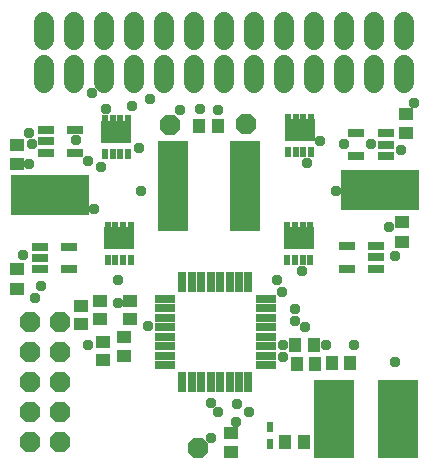
<source format=gbr>
G04 EAGLE Gerber RS-274X export*
G75*
%MOMM*%
%FSLAX34Y34*%
%LPD*%
%INSoldermask Top*%
%IPPOS*%
%AMOC8*
5,1,8,0,0,1.08239X$1,22.5*%
G01*
G04 Define Apertures*
%ADD10R,1.124100X1.173400*%
%ADD11R,1.173400X1.124100*%
%ADD12R,3.454400X6.654800*%
%ADD13R,6.654800X3.454400*%
%ADD14R,0.623200X0.843200*%
%ADD15R,1.403200X0.803200*%
%ADD16R,0.803200X1.703200*%
%ADD17R,1.703200X0.803200*%
%ADD18P,1.8695X8X22.5*%
%ADD19P,1.8695X8X112.5*%
%ADD20C,1.727200*%
%ADD21R,2.603200X7.703200*%
%ADD22R,1.103200X1.173400*%
%ADD23R,1.135800X1.173400*%
%ADD24R,0.623200X0.903200*%
%ADD25R,0.623200X0.653200*%
%ADD26R,2.573200X1.903200*%
%ADD27R,1.177100X1.001900*%
%ADD28R,1.001900X1.177100*%
%ADD29R,1.173400X1.103200*%
%ADD30R,1.173400X1.135800*%
%ADD31C,0.959600*%
D10*
X281354Y89600D03*
X296846Y89600D03*
X250554Y104600D03*
X266046Y104600D03*
D11*
X105800Y95654D03*
X105800Y111146D03*
X87300Y91929D03*
X87300Y107421D03*
X110200Y126854D03*
X110200Y142346D03*
X84900Y126854D03*
X84900Y142346D03*
D12*
X283382Y42418D03*
X337418Y42418D03*
D13*
X42418Y231416D03*
X322582Y236416D03*
D14*
X229000Y35600D03*
X229000Y20600D03*
D15*
X39100Y286700D03*
X39100Y277200D03*
X39100Y267700D03*
X64100Y267700D03*
X64100Y286700D03*
X34300Y187900D03*
X34300Y178400D03*
X34300Y168900D03*
X59300Y168900D03*
X59300Y187900D03*
X318840Y169476D03*
X318840Y178976D03*
X318840Y188476D03*
X293840Y188476D03*
X293840Y169476D03*
X326907Y264900D03*
X326907Y274400D03*
X326907Y283900D03*
X301907Y283900D03*
X301907Y264900D03*
D16*
X154800Y73300D03*
X162800Y73300D03*
X170800Y73300D03*
X178800Y73300D03*
X186800Y73300D03*
X194800Y73300D03*
X202800Y73300D03*
X210800Y73300D03*
D17*
X225300Y87800D03*
X225300Y95800D03*
X225300Y103800D03*
X225300Y111800D03*
X225300Y119800D03*
X225300Y127800D03*
X225300Y135800D03*
X225300Y143800D03*
D16*
X210800Y158300D03*
X202800Y158300D03*
X194800Y158300D03*
X186800Y158300D03*
X178800Y158300D03*
X170800Y158300D03*
X162800Y158300D03*
X154800Y158300D03*
D17*
X140300Y143800D03*
X140300Y135800D03*
X140300Y127800D03*
X140300Y119800D03*
X140300Y111800D03*
X140300Y103800D03*
X140300Y95800D03*
X140300Y87800D03*
D18*
X168500Y17780D03*
D19*
X51094Y22780D03*
X25694Y22780D03*
X51094Y48180D03*
X25694Y48180D03*
X51094Y73580D03*
X25694Y73580D03*
X51094Y98980D03*
X25694Y98980D03*
X51094Y124380D03*
X25694Y124380D03*
D18*
X144200Y291000D03*
X209100Y292200D03*
D20*
X37700Y326376D02*
X37700Y341616D01*
X63100Y341616D02*
X63100Y326376D01*
X88500Y326376D02*
X88500Y341616D01*
X113900Y341616D02*
X113900Y326376D01*
X139300Y326376D02*
X139300Y341616D01*
X164700Y341616D02*
X164700Y326376D01*
X190100Y326376D02*
X190100Y341616D01*
X215500Y341616D02*
X215500Y326376D01*
X240900Y326376D02*
X240900Y341616D01*
X266300Y341616D02*
X266300Y326376D01*
X291700Y326376D02*
X291700Y341616D01*
X317100Y341616D02*
X317100Y326376D01*
X342500Y326376D02*
X342500Y341616D01*
X37800Y363380D02*
X37800Y378620D01*
X63200Y378620D02*
X63200Y363380D01*
X88600Y363380D02*
X88600Y378620D01*
X114000Y378620D02*
X114000Y363380D01*
X139400Y363380D02*
X139400Y378620D01*
X164800Y378620D02*
X164800Y363380D01*
X190200Y363380D02*
X190200Y378620D01*
X215600Y378620D02*
X215600Y363380D01*
X241000Y363380D02*
X241000Y378620D01*
X266400Y378620D02*
X266400Y363380D01*
X291800Y363380D02*
X291800Y378620D01*
X317200Y378620D02*
X317200Y363380D01*
X342600Y363380D02*
X342600Y378620D01*
D21*
X208200Y239200D03*
X147200Y239200D03*
D22*
X267351Y88900D03*
D23*
X251812Y88900D03*
D24*
X89350Y266500D03*
X95850Y266500D03*
X102350Y266500D03*
X108850Y266500D03*
D25*
X108850Y295750D03*
X102350Y295750D03*
X95850Y295750D03*
X89350Y295750D03*
D26*
X99100Y285000D03*
D24*
X91550Y176500D03*
X98050Y176500D03*
X104550Y176500D03*
X111050Y176500D03*
D25*
X111050Y205750D03*
X104550Y205750D03*
X98050Y205750D03*
X91550Y205750D03*
D26*
X101300Y195000D03*
D24*
X243750Y176500D03*
X250250Y176500D03*
X256750Y176500D03*
X263250Y176500D03*
D25*
X263250Y205750D03*
X256750Y205750D03*
X250250Y205750D03*
X243750Y205750D03*
D26*
X253500Y195000D03*
D24*
X244350Y268100D03*
X250850Y268100D03*
X257350Y268100D03*
X263850Y268100D03*
D25*
X263850Y297350D03*
X257350Y297350D03*
X250850Y297350D03*
X244350Y297350D03*
D26*
X254100Y286600D03*
D27*
X15030Y274494D03*
X15030Y258190D03*
X344300Y284079D03*
X344300Y300383D03*
X341200Y192248D03*
X341200Y208552D03*
X15030Y168772D03*
X15030Y152468D03*
D28*
X258152Y22306D03*
X241848Y22306D03*
X168748Y290400D03*
X185052Y290400D03*
D27*
X196263Y14154D03*
X196263Y30458D03*
D29*
X68925Y137851D03*
D30*
X68925Y122312D03*
D31*
X285000Y235000D03*
X179289Y25711D03*
X112150Y307150D03*
X179474Y55750D03*
X74735Y260865D03*
X65000Y278394D03*
X118210Y271470D03*
X300000Y105000D03*
X100000Y140000D03*
X100000Y160000D03*
X19532Y180636D03*
X276460Y105000D03*
X330000Y205000D03*
X335000Y180000D03*
X30000Y145000D03*
X315000Y275000D03*
X351058Y310000D03*
X335000Y90000D03*
X125550Y120550D03*
X75000Y105000D03*
X256576Y167150D03*
X240000Y95000D03*
X25384Y257978D03*
X25000Y284088D03*
X211106Y48424D03*
X185000Y48424D03*
X27794Y275000D03*
X90000Y305000D03*
X120000Y235000D03*
X340000Y270000D03*
X185000Y303424D03*
X250000Y135000D03*
X240000Y105000D03*
X127150Y312850D03*
X239360Y150000D03*
X201376Y55000D03*
X250000Y125000D03*
X35000Y155000D03*
X80000Y220000D03*
X85673Y255673D03*
X78298Y318298D03*
X258300Y119757D03*
X200000Y39757D03*
X235000Y160000D03*
X152479Y304055D03*
X260000Y259294D03*
X271256Y277794D03*
X170000Y304386D03*
X292028Y275000D03*
M02*

</source>
